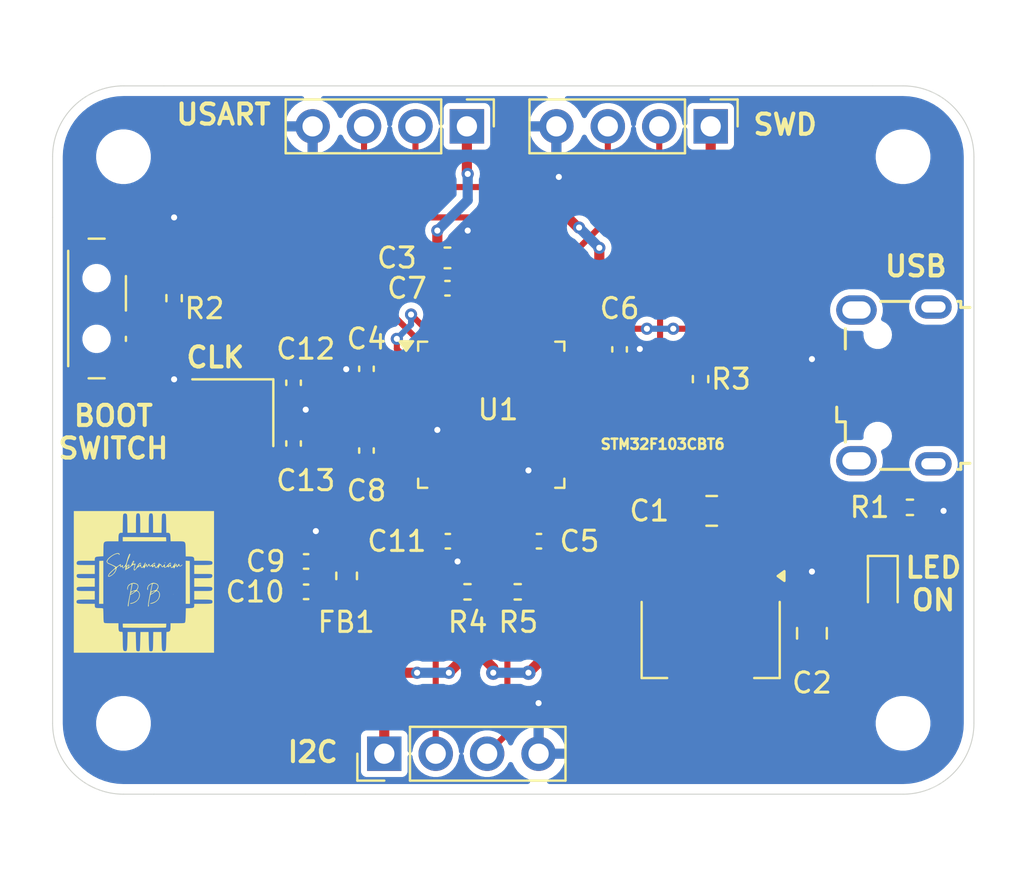
<source format=kicad_pcb>
(kicad_pcb (version 20240108) (generator "pcbnew") (generator_version "8.0")
  (layers (0 "F.Cu" signal) (31 "B.Cu" power) (34 "B.Paste" user) (35 "F.Paste" user) (36 "B.SilkS" user "B.Silkscreen") (37 "F.SilkS" user "F.Silkscreen") (38 "B.Mask" user) (39 "F.Mask" user) (44 "Edge.Cuts" user))
  (net 0 "")
  (net 1 "+3.3V")
  (net 2 "GND")
  (net 3 "+3.3VA")
  (net 4 "/NRST")
  (net 5 "/HSE_IN")
  (net 6 "/HSE_OUT")
  (net 7 "VBUS")
  (net 8 "/PWR_LED_C")
  (net 9 "/SWCLK")
  (net 10 "/SWDIO")
  (net 11 "/USART1_RX")
  (net 12 "/USART1_TX")
  (net 13 "/I2C2_SDA")
  (net 14 "/I2C2_SDL")
  (net 16 "/USBD-")
  (net 21 "/USBD+")
  (net 22 "/SWBOOT0")
  (net 23 "/BOOT0")
  (footprint "Connector_PinHeader_2.54mm:PinHeader_1x04_P2.54mm_Vertical" (layer "F.Cu") (at 95.46 52.5 -90)
    (property "Reference" "J3")
    (property "Value" "Conn_01x04_Pin")
    (pad "1" thru_hole rect (at 0 0 270) (size 1.7 1.7) (drill 1) (layers "*.Cu" "*.Mask") (net 1 "+3.3V"))
    (pad "2" thru_hole oval (at 0 2.54 270) (size 1.7 1.7) (drill 1) (layers "*.Cu" "*.Mask") (net 12 "/USART1_TX"))
    (pad "3" thru_hole oval (at 0 5.08 270) (size 1.7 1.7) (drill 1) (layers "*.Cu" "*.Mask") (net 11 "/USART1_RX"))
    (pad "4" thru_hole oval (at 0 7.62 270) (size 1.7 1.7) (drill 1) (layers "*.Cu" "*.Mask") (net 2 "GND"))
  )
  (footprint "Package_QFP:LQFP-48_7x7mm_P0.5mm" (layer "F.Cu") (at 96.6625 66.75)
    (property "Reference" "U1" (at 0.3375 -0.25 0) (layer "F.SilkS"))
    (property "Value" "STM32F103CBT6")
    (pad "1" smd roundrect (at -4.1625 -2.75) (size 1.475 0.3) (layers "F.Cu" "F.Paste" "F.Mask") (net 1 "+3.3V"))
    (pad "2" smd roundrect (at -4.1625 -2.25) (size 1.475 0.3) (layers "F.Cu" "F.Paste" "F.Mask"))
    (pad "3" smd roundrect (at -4.1625 -1.75) (size 1.475 0.3) (layers "F.Cu" "F.Paste" "F.Mask"))
    (pad "4" smd roundrect (at -4.1625 -1.25) (size 1.475 0.3) (layers "F.Cu" "F.Paste" "F.Mask"))
    (pad "5" smd roundrect (at -4.1625 -0.75) (size 1.475 0.3) (layers "F.Cu" "F.Paste" "F.Mask") (net 5 "/HSE_IN"))
    (pad "6" smd roundrect (at -4.1625 -0.25) (size 1.475 0.3) (layers "F.Cu" "F.Paste" "F.Mask") (net 6 "/HSE_OUT"))
    (pad "7" smd roundrect (at -4.1625 0.25) (size 1.475 0.3) (layers "F.Cu" "F.Paste" "F.Mask") (net 4 "/NRST"))
    (pad "8" smd roundrect (at -4.1625 0.75) (size 1.475 0.3) (layers "F.Cu" "F.Paste" "F.Mask") (net 2 "GND"))
    (pad "9" smd roundrect (at -4.1625 1.25) (size 1.475 0.3) (layers "F.Cu" "F.Paste" "F.Mask") (net 3 "+3.3VA"))
    (pad "10" smd roundrect (at -4.1625 1.75) (size 1.475 0.3) (layers "F.Cu" "F.Paste" "F.Mask"))
    (pad "11" smd roundrect (at -4.1625 2.25) (size 1.475 0.3) (layers "F.Cu" "F.Paste" "F.Mask"))
    (pad "12" smd roundrect (at -4.1625 2.75) (size 1.475 0.3) (layers "F.Cu" "F.Paste" "F.Mask"))
    (pad "13" smd roundrect (at -2.75 4.1625) (size 0.3 1.475) (layers "F.Cu" "F.Paste" "F.Mask"))
    (pad "14" smd roundrect (at -2.25 4.1625) (size 0.3 1.475) (layers "F.Cu" "F.Paste" "F.Mask"))
    (pad "15" smd roundrect (at -1.75 4.1625) (size 0.3 1.475) (layers "F.Cu" "F.Paste" "F.Mask"))
    (pad "16" smd roundrect (at -1.25 4.1625) (size 0.3 1.475) (layers "F.Cu" "F.Paste" "F.Mask"))
    (pad "17" smd roundrect (at -0.75 4.1625) (size 0.3 1.475) (layers "F.Cu" "F.Paste" "F.Mask"))
    (pad "18" smd roundrect (at -0.25 4.1625) (size 0.3 1.475) (layers "F.Cu" "F.Paste" "F.Mask"))
    (pad "19" smd roundrect (at 0.25 4.1625) (size 0.3 1.475) (layers "F.Cu" "F.Paste" "F.Mask"))
    (pad "20" smd roundrect (at 0.75 4.1625) (size 0.3 1.475) (layers "F.Cu" "F.Paste" "F.Mask"))
    (pad "21" smd roundrect (at 1.25 4.1625) (size 0.3 1.475) (layers "F.Cu" "F.Paste" "F.Mask") (net 14 "/I2C2_SDL"))
    (pad "22" smd roundrect (at 1.75 4.1625) (size 0.3 1.475) (layers "F.Cu" "F.Paste" "F.Mask") (net 13 "/I2C2_SDA"))
    (pad "23" smd roundrect (at 2.25 4.1625) (size 0.3 1.475) (layers "F.Cu" "F.Paste" "F.Mask") (net 2 "GND"))
    (pad "24" smd roundrect (at 2.75 4.1625) (size 0.3 1.475) (layers "F.Cu" "F.Paste" "F.Mask") (net 1 "+3.3V"))
    (pad "25" smd roundrect (at 4.1625 2.75) (size 1.475 0.3) (layers "F.Cu" "F.Paste" "F.Mask"))
    (pad "26" smd roundrect (at 4.1625 2.25) (size 1.475 0.3) (layers "F.Cu" "F.Paste" "F.Mask"))
    (pad "27" smd roundrect (at 4.1625 1.75) (size 1.475 0.3) (layers "F.Cu" "F.Paste" "F.Mask"))
    (pad "28" smd roundrect (at 4.1625 1.25) (size 1.475 0.3) (layers "F.Cu" "F.Paste" "F.Mask"))
    (pad "29" smd roundrect (at 4.1625 0.75) (size 1.475 0.3) (layers "F.Cu" "F.Paste" "F.Mask"))
    (pad "30" smd roundrect (at 4.1625 0.25) (size 1.475 0.3) (layers "F.Cu" "F.Paste" "F.Mask"))
    (pad "31" smd roundrect (at 4.1625 -0.25) (size 1.475 0.3) (layers "F.Cu" "F.Paste" "F.Mask"))
    (pad "32" smd roundrect (at 4.1625 -0.75) (size 1.475 0.3) (layers "F.Cu" "F.Paste" "F.Mask") (net 16 "/USBD-"))
    (pad "33" smd roundrect (at 4.1625 -1.25) (size 1.475 0.3) (layers "F.Cu" "F.Paste" "F.Mask") (net 21 "/USBD+"))
    (pad "34" smd roundrect (at 4.1625 -1.75) (size 1.475 0.3) (layers "F.Cu" "F.Paste" "F.Mask") (net 10 "/SWDIO"))
    (pad "35" smd roundrect (at 4.1625 -2.25) (size 1.475 0.3) (layers "F.Cu" "F.Paste" "F.Mask") (net 2 "GND"))
    (pad "36" smd roundrect (at 4.1625 -2.75) (size 1.475 0.3) (layers "F.Cu" "F.Paste" "F.Mask") (net 1 "+3.3V"))
    (pad "37" smd roundrect (at 2.75 -4.1625) (size 0.3 1.475) (layers "F.Cu" "F.Paste" "F.Mask") (net 9 "/SWCLK"))
    (pad "38" smd roundrect (at 2.25 -4.1625) (size 0.3 1.475) (layers "F.Cu" "F.Paste" "F.Mask"))
    (pad "39" smd roundrect (at 1.75 -4.1625) (size 0.3 1.475) (layers "F.Cu" "F.Paste" "F.Mask"))
    (pad "40" smd roundrect (at 1.25 -4.1625) (size 0.3 1.475) (layers "F.Cu" "F.Paste" "F.Mask"))
    (pad "41" smd roundrect (at 0.75 -4.1625) (size 0.3 1.475) (layers "F.Cu" "F.Paste" "F.Mask"))
    (pad "42" smd roundrect (at 0.25 -4.1625) (size 0.3 1.475) (layers "F.Cu" "F.Paste" "F.Mask") (net 12 "/USART1_TX"))
    (pad "43" smd roundrect (at -0.25 -4.1625) (size 0.3 1.475) (layers "F.Cu" "F.Paste" "F.Mask") (net 11 "/USART1_RX"))
    (pad "44" smd roundrect (at -0.75 -4.1625) (size 0.3 1.475) (layers "F.Cu" "F.Paste" "F.Mask") (net 23 "/BOOT0"))
    (pad "45" smd roundrect (at -1.25 -4.1625) (size 0.3 1.475) (layers "F.Cu" "F.Paste" "F.Mask"))
    (pad "46" smd roundrect (at -1.75 -4.1625) (size 0.3 1.475) (layers "F.Cu" "F.Paste" "F.Mask"))
    (pad "47" smd roundrect (at -2.25 -4.1625) (size 0.3 1.475) (layers "F.Cu" "F.Paste" "F.Mask") (net 2 "GND"))
    (pad "48" smd roundrect (at -2.75 -4.1625) (size 0.3 1.475) (layers "F.Cu" "F.Paste" "F.Mask") (net 1 "+3.3V"))
  )
  (footprint "Capacitor_SMD:C_0402_1005Metric" (layer "F.Cu") (at 90.5 68.52 90)
    (property "Reference" "C8" (at -1.98 0 180) (layer "F.SilkS"))
    (property "Value" "10n")
    (pad "1" smd roundrect (at -0.48 0 90) (size 0.56 0.62) (layers "F.Cu" "F.Paste" "F.Mask") (net 3 "+3.3VA"))
    (pad "2" smd roundrect (at 0.48 0 90) (size 0.56 0.62) (layers "F.Cu" "F.Paste" "F.Mask") (net 2 "GND"))
  )
  (footprint "Capacitor_SMD:C_0402_1005Metric" (layer "F.Cu") (at 90.5 64.48 -90)
    (property "Reference" "C4" (at -1.48 0 180) (layer "F.SilkS"))
    (property "Value" "100n")
    (pad "1" smd roundrect (at -0.48 0 270) (size 0.56 0.62) (layers "F.Cu" "F.Paste" "F.Mask") (net 1 "+3.3V"))
    (pad "2" smd roundrect (at 0.48 0 270) (size 0.56 0.62) (layers "F.Cu" "F.Paste" "F.Mask") (net 2 "GND"))
  )
  (footprint "Button_Switch_SMD:SW_SPDT_PCM12" (layer "F.Cu") (at 77.5 61.5 -90)
    (property "Reference" "SW1" (hide yes))
    (property "Value" "SW_SPDT")
    (pad "" smd rect (at -3.65 -0.78 270) (size 1 0.8) (layers "F.Cu" "F.Paste" "F.Mask"))
    (pad "" smd rect (at -3.65 1.43 270) (size 1 0.8) (layers "F.Cu" "F.Paste" "F.Mask"))
    (pad "" np_thru_hole circle (at -1.5 0.33 270) (size 0.9 0.9) (drill 0.9) (layers "*.Cu" "*.Mask"))
    (pad "" np_thru_hole circle (at 1.5 0.33 270) (size 0.9 0.9) (drill 0.9) (layers "*.Cu" "*.Mask"))
    (pad "" smd rect (at 3.65 -0.78 270) (size 1 0.8) (layers "F.Cu" "F.Paste" "F.Mask"))
    (pad "" smd rect (at 3.65 1.43 270) (size 1 0.8) (layers "F.Cu" "F.Paste" "F.Mask"))
    (pad "1" smd rect (at -2.25 -1.43 270) (size 0.7 1.5) (layers "F.Cu" "F.Paste" "F.Mask") (net 2 "GND"))
    (pad "2" smd rect (at 0.75 -1.43 270) (size 0.7 1.5) (layers "F.Cu" "F.Paste" "F.Mask") (net 22 "/SWBOOT0"))
    (pad "3" smd rect (at 2.25 -1.43 270) (size 0.7 1.5) (layers "F.Cu" "F.Paste" "F.Mask") (net 1 "+3.3V"))
  )
  (footprint "LOGO" (layer "F.Cu") (at 79.5 73)
    (property "Reference" "G***" (hide yes))
    (property "Value" "LOGO" (hide yes))
  )
  (footprint "Package_TO_SOT_SMD:SOT-223-3_TabPin2" (layer "F.Cu") (at 107.5 77.85 -90)
    (property "Reference" "U2" (hide yes))
    (property "Value" "AMS1117-3.3")
    (pad "1" smd roundrect (at -3.15 -2.3 270) (size 2 1.5) (layers "F.Cu" "F.Paste" "F.Mask") (net 2 "GND"))
    (pad "2" smd roundrect (at -3.15 0 270) (size 2 1.5) (layers "F.Cu" "F.Paste" "F.Mask") (net 1 "+3.3V"))
    (pad "2" smd roundrect (at 3.15 0 270) (size 2 3.8) (layers "F.Cu" "F.Paste" "F.Mask") (net 1 "+3.3V"))
    (pad "3" smd roundrect (at -3.15 2.3 270) (size 2 1.5) (layers "F.Cu" "F.Paste" "F.Mask") (net 7 "VBUS"))
  )
  (footprint "Capacitor_SMD:C_0402_1005Metric" (layer "F.Cu") (at 99.02 73 180)
    (property "Reference" "C5" (at -2 0 0) (layer "F.SilkS"))
    (property "Value" "100n")
    (pad "1" smd roundrect (at -0.48 0 180) (size 0.56 0.62) (layers "F.Cu" "F.Paste" "F.Mask") (net 1 "+3.3V"))
    (pad "2" smd roundrect (at 0.48 0 180) (size 0.56 0.62) (layers "F.Cu" "F.Paste" "F.Mask") (net 2 "GND"))
  )
  (footprint "Connector_USB:USB_Micro-B_Wuerth_629105150521" (layer "F.Cu") (at 116.55 65.3 90)
    (property "Reference" "J5")
    (property "Value" "USB_B_Micro")
    (pad "" np_thru_hole oval (at -2.5 -0.8 90) (size 0.8 0.8) (drill 0.8) (layers "*.Cu" "*.Mask"))
    (pad "" np_thru_hole oval (at 2.5 -0.8 90) (size 0.8 0.8) (drill 0.8) (layers "*.Cu" "*.Mask"))
    (pad "1" smd rect (at -1.3 -1.9 90) (size 0.45 1.3) (layers "F.Cu" "F.Paste" "F.Mask") (net 7 "VBUS"))
    (pad "2" smd rect (at -0.65 -1.9 90) (size 0.45 1.3) (layers "F.Cu" "F.Paste" "F.Mask") (net 16 "/USBD-"))
    (pad "3" smd rect (at 0 -1.9 90) (size 0.45 1.3) (layers "F.Cu" "F.Paste" "F.Mask") (net 21 "/USBD+"))
    (pad "4" smd rect (at 0.65 -1.9 90) (size 0.45 1.3) (layers "F.Cu" "F.Paste" "F.Mask"))
    (pad "5" smd rect (at 1.3 -1.9 90) (size 0.45 1.3) (layers "F.Cu" "F.Paste" "F.Mask") (net 2 "GND"))
    (pad "6" thru_hole oval (at -3.875 1.95 90) (size 1.15 1.8) (drill oval 0.55 1.2) (property pad_prop_heatsink) (layers "*.Cu" "*.Mask"))
    (pad "6" thru_hole oval (at -3.725 -1.85 90) (size 1.45 2) (drill oval 0.85 1.4) (property pad_prop_heatsink) (layers "*.Cu" "*.Mask"))
    (pad "6" thru_hole oval (at 3.725 -1.85 90) (size 1.45 2) (drill oval 0.85 1.4) (property pad_prop_heatsink) (layers "*.Cu" "*.Mask"))
    (pad "6" thru_hole oval (at 3.875 1.95 90) (size 1.15 1.8) (drill oval 0.55 1.2) (property pad_prop_heatsink) (layers "*.Cu" "*.Mask"))
  )
  (footprint "Capacitor_SMD:C_0402_1005Metric" (layer "F.Cu") (at 94.5 60.5)
    (property "Reference" "C7" (at -2 0 0) (layer "F.SilkS"))
    (property "Value" "100n")
    (pad "1" smd roundrect (at -0.48 0) (size 0.56 0.62) (layers "F.Cu" "F.Paste" "F.Mask") (net 1 "+3.3V"))
    (pad "2" smd roundrect (at 0.48 0) (size 0.56 0.62) (layers "F.Cu" "F.Paste" "F.Mask") (net 2 "GND"))
  )
  (footprint "Capacitor_SMD:C_0603_1608Metric" (layer "F.Cu") (at 94.5 59)
    (property "Reference" "C3" (at -2.5 0 0) (layer "F.SilkS"))
    (property "Value" "10u")
    (pad "1" smd roundrect (at -0.775 0) (size 0.9 0.95) (layers "F.Cu" "F.Paste" "F.Mask") (net 1 "+3.3V"))
    (pad "2" smd roundrect (at 0.775 0) (size 0.9 0.95) (layers "F.Cu" "F.Paste" "F.Mask") (net 2 "GND"))
  )
  (footprint "Resistor_SMD:R_0402_1005Metric" (layer "F.Cu") (at 117.34 71.325)
    (property "Reference" "R1" (at -1.99 0 180) (layer "F.SilkS"))
    (property "Value" "1.5k")
    (pad "1" smd roundrect (at -0.51 0) (size 0.54 0.64) (layers "F.Cu" "F.Paste" "F.Mask") (net 8 "/PWR_LED_C"))
    (pad "2" smd roundrect (at 0.51 0) (size 0.54 0.64) (layers "F.Cu" "F.Paste" "F.Mask") (net 2 "GND"))
  )
  (footprint "MountingHole:MountingHole_2.2mm_M2" (layer "F.Cu") (at 78.5 82)
    (property "Reference" "H2")
    (property "Value" "MountingHole")
    (pad "" np_thru_hole circle (at 0 0) (size 2.2 2.2) (drill 2.2) (layers "*.Cu" "*.Mask"))
  )
  (footprint "Capacitor_SMD:C_0805_2012Metric" (layer "F.Cu") (at 112.5 77.55 90)
    (property "Reference" "C2" (at -2.45 0 180) (layer "F.SilkS"))
    (property "Value" "22u")
    (pad "1" smd roundrect (at -0.95 0 90) (size 1 1.45) (layers "F.Cu" "F.Paste" "F.Mask") (net 1 "+3.3V"))
    (pad "2" smd roundrect (at 0.95 0 90) (size 1 1.45) (layers "F.Cu" "F.Paste" "F.Mask") (net 2 "GND"))
  )
  (footprint "Capacitor_SMD:C_0402_1005Metric" (layer "F.Cu") (at 94.52 73)
    (property "Reference" "C11" (at -2.52 0 0) (layer "F.SilkS"))
    (property "Value" "100n")
    (pad "1" smd roundrect (at -0.48 0) (size 0.56 0.62) (layers "F.Cu" "F.Paste" "F.Mask") (net 4 "/NRST"))
    (pad "2" smd roundrect (at 0.48 0) (size 0.56 0.62) (layers "F.Cu" "F.Paste" "F.Mask") (net 2 "GND"))
  )
  (footprint "Crystal:Crystal_SMD_3225-4Pin_3.2x2.5mm" (layer "F.Cu") (at 83.9 66.65 180)
    (property "Reference" "Y1" (hide yes))
    (property "Value" "16MHz")
    (pad "1" smd rect (at -1.1 0.85 180) (size 1.4 1.2) (layers "F.Cu" "F.Paste" "F.Mask") (net 5 "/HSE_IN"))
    (pad "2" smd rect (at 1.1 0.85 180) (size 1.4 1.2) (layers "F.Cu" "F.Paste" "F.Mask") (net 2 "GND"))
    (pad "3" smd rect (at 1.1 -0.85 180) (size 1.4 1.2) (layers "F.Cu" "F.Paste" "F.Mask") (net 6 "/HSE_OUT"))
    (pad "4" smd rect (at -1.1 -0.85 180) (size 1.4 1.2) (layers "F.Cu" "F.Paste" "F.Mask") (net 2 "GND"))
  )
  (footprint "Resistor_SMD:R_0402_1005Metric" (layer "F.Cu") (at 107 64.99 -90)
    (property "Reference" "R3" (at 0 -1.5 180) (layer "F.SilkS"))
    (property "Value" "1.5k")
    (pad "1" smd roundrect (at -0.51 0 270) (size 0.54 0.64) (layers "F.Cu" "F.Paste" "F.Mask") (net 1 "+3.3V"))
    (pad "2" smd roundrect (at 0.51 0 270) (size 0.54 0.64) (layers "F.Cu" "F.Paste" "F.Mask") (net 21 "/USBD+"))
  )
  (footprint "Connector_PinHeader_2.54mm:PinHeader_1x04_P2.54mm_Vertical" (layer "F.Cu") (at 107.5 52.5 -90)
    (property "Reference" "J1")
    (property "Value" "Conn_01x04_Pin")
    (pad "1" thru_hole rect (at 0 0 270) (size 1.7 1.7) (drill 1) (layers "*.Cu" "*.Mask") (net 1 "+3.3V"))
    (pad "2" thru_hole oval (at 0 2.54 270) (size 1.7 1.7) (drill 1) (layers "*.Cu" "*.Mask") (net 10 "/SWDIO"))
    (pad "3" thru_hole oval (at 0 5.08 270) (size 1.7 1.7) (drill 1) (layers "*.Cu" "*.Mask") (net 9 "/SWCLK"))
    (pad "4" thru_hole oval (at 0 7.62 270) (size 1.7 1.7) (drill 1) (layers "*.Cu" "*.Mask") (net 2 "GND"))
  )
  (footprint "MountingHole:MountingHole_2.2mm_M2" (layer "F.Cu") (at 78.5 54)
    (property "Reference" "H1")
    (property "Value" "MountingHole")
    (pad "" np_thru_hole circle (at 0 0) (size 2.2 2.2) (drill 2.2) (layers "*.Cu" "*.Mask"))
  )
  (footprint "Resistor_SMD:R_0402_1005Metric" (layer "F.Cu") (at 81 60.99 -90)
    (property "Reference" "R2" (at 0.51 -1.5 180) (layer "F.SilkS"))
    (property "Value" "10k")
    (pad "1" smd roundrect (at -0.51 0 270) (size 0.54 0.64) (layers "F.Cu" "F.Paste" "F.Mask") (net 23 "/BOOT0"))
    (pad "2" smd roundrect (at 0.51 0 270) (size 0.54 0.64) (layers "F.Cu" "F.Paste" "F.Mask") (net 22 "/SWBOOT0"))
  )
  (footprint "Capacitor_SMD:C_0402_1005Metric" (layer "F.Cu") (at 86.9 68.17 90)
    (property "Reference" "C13" (at -1.83 0.6 180) (layer "F.SilkS"))
    (property "Value" "10p")
    (pad "1" smd roundrect (at -0.48 0 90) (size 0.56 0.62) (layers "F.Cu" "F.Paste" "F.Mask") (net 6 "/HSE_OUT"))
    (pad "2" smd roundrect (at 0.48 0 90) (size 0.56 0.62) (layers "F.Cu" "F.Paste" "F.Mask") (net 2 "GND"))
  )
  (footprint "Capacitor_SMD:C_0805_2012Metric" (layer "F.Cu") (at 107.55 71.5)
    (property "Reference" "C1" (at -3.08 0 0) (layer "F.SilkS"))
    (property "Value" "22u")
    (pad "1" smd roundrect (at -0.95 0) (size 1 1.45) (layers "F.Cu" "F.Paste" "F.Mask") (net 7 "VBUS"))
    (pad "2" smd roundrect (at 0.95 0) (size 1 1.45) (layers "F.Cu" "F.Paste" "F.Mask") (net 2 "GND"))
  )
  (footprint "Capacitor_SMD:C_0402_1005Metric" (layer "F.Cu") (at 87.52 74)
    (property "Reference" "C9" (at -2 0 0) (layer "F.SilkS"))
    (property "Value" "1u")
    (pad "1" smd roundrect (at -0.48 0) (size 0.56 0.62) (layers "F.Cu" "F.Paste" "F.Mask") (net 3 "+3.3VA"))
    (pad "2" smd roundrect (at 0.48 0) (size 0.56 0.62) (layers "F.Cu" "F.Paste" "F.Mask") (net 2 "GND"))
  )
  (footprint "Connector_PinHeader_2.54mm:PinHeader_1x04_P2.54mm_Vertical" (layer "F.Cu") (at 91.38 83.5 90)
    (property "Reference" "J4")
    (property "Value" "Conn_01x04_Pin")
    (pad "1" thru_hole rect (at 0 0 90) (size 1.7 1.7) (drill 1) (layers "*.Cu" "*.Mask") (net 1 "+3.3V"))
    (pad "2" thru_hole oval (at 0 2.54 90) (size 1.7 1.7) (drill 1) (layers "*.Cu" "*.Mask") (net 14 "/I2C2_SDL"))
    (pad "3" thru_hole oval (at 0 5.08 90) (size 1.7 1.7) (drill 1) (layers "*.Cu" "*.Mask") (net 13 "/I2C2_SDA"))
    (pad "4" thru_hole oval (at 0 7.62 90) (size 1.7 1.7) (drill 1) (layers "*.Cu" "*.Mask") (net 2 "GND"))
  )
  (footprint "Resistor_SMD:R_0402_1005Metric" (layer "F.Cu") (at 95.49 75.5 180)
    (property "Reference" "R4" (at -0.01 -1.5 0) (layer "F.SilkS"))
    (property "Value" "1.5k")
    (pad "1" smd roundrect (at -0.51 0 180) (size 0.54 0.64) (layers "F.Cu" "F.Paste" "F.Mask") (net 1 "+3.3V"))
    (pad "2" smd roundrect (at 0.51 0 180) (size 0.54 0.64) (layers "F.Cu" "F.Paste" "F.Mask") (net 14 "/I2C2_SDL"))
  )
  (footprint "MountingHole:MountingHole_2.2mm_M2" (layer "F.Cu") (at 117 54)
    (property "Reference" "H4")
    (property "Value" "MountingHole")
    (pad "" np_thru_hole circle (at 0 0) (size 2.2 2.2) (drill 2.2) (layers "*.Cu" "*.Mask"))
  )
  (footprint "Capacitor_SMD:C_0402_1005Metric" (layer "F.Cu") (at 86.9 65.17 -90)
    (property "Reference" "C12" (at -1.67 -0.6 180) (layer "F.SilkS"))
    (property "Value" "10p")
    (pad "1" smd roundrect (at -0.48 0 270) (size 0.56 0.62) (layers "F.Cu" "F.Paste" "F.Mask") (net 5 "/HSE_IN"))
    (pad "2" smd roundrect (at 0.48 0 270) (size 0.56 0.62) (layers "F.Cu" "F.Paste" "F.Mask") (net 2 "GND"))
  )
  (footprint "Capacitor_SMD:C_0402_1005Metric" (layer "F.Cu") (at 87.52 75.5)
    (property "Reference" "C10" (at -2.52 0 0) (layer "F.SilkS"))
    (property "Value" "1u")
    (pad "1" smd roundrect (at -0.48 0) (size 0.56 0.62) (layers "F.Cu" "F.Paste" "F.Mask") (net 1 "+3.3V"))
    (pad "2" smd roundrect (at 0.48 0) (size 0.56 0.62) (layers "F.Cu" "F.Paste" "F.Mask") (net 2 "GND"))
  )
  (footprint "MountingHole:MountingHole_2.2mm_M2" (layer "F.Cu") (at 117 82)
    (property "Reference" "H3")
    (property "Value" "MountingHole")
    (pad "" np_thru_hole circle (at 0 0) (size 2.2 2.2) (drill 2.2) (layers "*.Cu" "*.Mask"))
  )
  (footprint "LED_SMD:LED_0603_1608Metric" (layer "F.Cu") (at 116 75.2125 -90)
    (property "Reference" "D1" (hide yes))
    (property "Value" "RED")
    (pad "1" smd roundrect (at -0.7875 0 270) (size 0.875 0.95) (layers "F.Cu" "F.Paste" "F.Mask") (net 8 "/PWR_LED_C"))
    (pad "2" smd roundrect (at 0.7875 0 270) (size 0.875 0.95) (layers "F.Cu" "F.Paste" "F.Mask") (net 1 "+3.3V"))
  )
  (footprint "LOGO" (layer "F.Cu") (at 79.5 75)
    (property "Reference" "G***" (hide yes))
    (property "Value" "LOGO" (hide yes))
  )
  (footprint "Resistor_SMD:R_0402_1005Metric" (layer "F.Cu") (at 97.97 75.5 180)
    (property "Reference" "R5" (at -0.03 -1.5 0) (layer "F.SilkS"))
    (property "Value" "1.5k")
    (pad "1" smd roundrect (at -0.51 0 180) (size 0.54 0.64) (layers "F.Cu" "F.Paste" "F.Mask") (net 1 "+3.3V"))
    (pad "2" smd roundrect (at 0.51 0 180) (size 0.54 0.64) (layers "F.Cu" "F.Paste" "F.Mask") (net 13 "/I2C2_SDA"))
  )
  (footprint "Inductor_SMD:L_0603_1608Metric" (layer "F.Cu") (at 89.52 74.7125 -90)
    (property "Reference" "FB1" (at 2.2875 0.02 180) (layer "F.SilkS"))
    (property "Value" "120R")
    (pad "1" smd roundrect (at -0.7875 0 270) (size 0.875 0.95) (layers "F.Cu" "F.Paste" "F.Mask") (net 3 "+3.3VA"))
    (pad "2" smd roundrect (at 0.7875 0 270) (size 0.875 0.95) (layers "F.Cu" "F.Paste" "F.Mask") (net 1 "+3.3V"))
  )
  (footprint "Capacitor_SMD:C_0402_1005Metric" (layer "F.Cu") (at 103 63.52 -90)
    (property "Reference" "C6" (at -2.02 0 0) (layer "F.SilkS"))
    (property "Value" "100n")
    (pad "1" smd roundrect (at -0.48 0 270) (size 0.56 0.62) (layers "F.Cu" "F.Paste" "F.Mask") (net 1 "+3.3V"))
    (pad "2" smd roundrect (at 0.48 0 270) (size 0.56 0.62) (layers "F.Cu" "F.Paste" "F.Mask") (net 2 "GND"))
  )
  (gr_line (start 80 85.5) (end 78.5 85.5) (stroke (width 0.05)) (layer "Edge.Cuts"))
  (gr_arc (start 78.5 85.5) (mid 76.025126 84.474874) (end 75 82) (stroke (width 0.05)) (layer "Edge.Cuts"))
  (gr_line (start 75 57) (end 75 82) (stroke (width 0.05)) (layer "Edge.Cuts"))
  (gr_arc (start 75 54) (mid 76.025126 51.525126) (end 78.5 50.5) (stroke (width 0.05)) (layer "Edge.Cuts"))
  (gr_arc (start 120.5 82) (mid 119.474874 84.474874) (end 117 85.5) (stroke (width 0.05)) (layer "Edge.Cuts"))
  (gr_line (start 87.5 85.5) (end 117 85.5) (stroke (width 0.05)) (layer "Edge.Cuts"))
  (gr_line (start 78.5 50.5) (end 80.5 50.5) (stroke (width 0.05)) (layer "Edge.Cuts"))
  (gr_line (start 115.5 50.5) (end 80.5 50.5) (stroke (width 0.05)) (layer "Edge.Cuts"))
  (gr_line (start 120.5 82) (end 120.5 54) (stroke (width 0.05)) (layer "Edge.Cuts"))
  (gr_line (start 87.5 85.5) (end 80 85.5) (stroke (width 0.05)) (layer "Edge.Cuts"))
  (gr_arc (start 117 50.5) (mid 119.474874 51.525126) (end 120.5 54) (stroke (width 0.05)) (layer "Edge.Cuts"))
  (gr_line (start 115.5 50.5) (end 117 50.5) (stroke (width 0.05)) (layer "Edge.Cuts"))
  (gr_line (start 75 54) (end 75 57) (stroke (width 0.05)) (layer "Edge.Cuts"))
  (gr_text "CLK" (at 81.5 64.5 0) (layer "F.SilkS") (effects (font (size 1 1) (thickness 0.2) (bold yes)) (justify left bottom)))
  (gr_text "LED\nON" (at 118.5 76.5 0) (layer "F.SilkS") (effects (font (size 1 1) (thickness 0.2) (bold yes)) (justify bottom)))
  (gr_text "USB" (at 116 60 0) (layer "F.SilkS") (effects (font (size 1 1) (thickness 0.2) (bold yes)) (justify left bottom)))
  (gr_text "USART\n" (at 81 52.5 0) (layer "F.SilkS") (effects (font (size 1 1) (thickness 0.2) (bold yes)) (justify left bottom)))
  (gr_text "BOOT\nSWITCH\n" (at 78 69 0) (layer "F.SilkS") (effects (font (size 1 1) (thickness 0.2) (bold yes)) (justify bottom)))
  (gr_text "SWD" (at 109.5 53 0) (layer "F.SilkS") (effects (font (size 1 1) (thickness 0.2) (bold yes)) (justify left bottom)))
  (gr_text "I2C" (at 86.5 84 0) (layer "F.SilkS") (effects (font (size 1 1) (thickness 0.2) (bold yes)) (justify left bottom)))
  (gr_text "STM32F103CBT6" (at 102 68.5 0) (layer "F.SilkS") (effects (font (size 0.5 0.5) (thickness 0.125) (bold yes)) (justify left bottom)))
  (segment (start 97.439339 54) (end 100.939339 57.5) (width 0.5) (layer "F.Cu") (net 1))
  (segment (start 93.9125 62.5875) (end 93.49112 62.5875) (width 0.3) (layer "F.Cu") (net 1))
  (segment (start 96 78.07) (end 96 75.5) (width 0.5) (layer "F.Cu") (net 1))
  (segment (start 107 62.5) (end 107 64.48) (width 0.5) (layer "F.Cu") (net 1))
  (segment (start 94 58.725) (end 93.725 59) (width 0.5) (layer "F.Cu") (net 1))
  (segment (start 100.939339 57.5) (end 101 57.5) (width 0.5) (layer "F.Cu") (net 1))
  (segment (start 99.98 77) (end 99.98 78.02) (width 0.5) (layer "F.Cu") (net 1))
  (segment (start 93.9125 62.5875) (end 93.9125 60.6075) (width 0.3) (layer "F.Cu") (net 1))
  (segment (start 99.4125 64.57188) (end 99.4125 65) (width 0.3) (layer "F.Cu") (net 1))
  (segment (start 94 57.65) (end 94 58.725) (width 0.5) (layer "F.Cu") (net 1))
  (segment (start 99.98 77) (end 98.48 75.5) (width 0.5) (layer "F.Cu") (net 1))
  (segment (start 109 79.5) (end 107.5 81) (width 0.5) (layer "F.Cu") (net 1))
  (segment (start 95.785 78.285) (end 96 78.07) (width 0.5) (layer "F.Cu") (net 1))
  (segment (start 94.02 60.5) (end 94.02 59.295) (width 0.3) (layer "F.Cu") (net 1))
  (segment (start 78.93 63.75) (end 90.25 63.75) (width 0.5) (layer "F.Cu") (net 1))
  (segment (start 87.730001 76.5) (end 88.52 76.5) (width 0.5) (layer "F.Cu") (net 1))
  (segment (start 95.46 52.5) (end 95.46 54) (width 0.5) (layer "F.Cu") (net 1))
  (segment (start 109 78.5) (end 107.5 77) (width 0.5) (layer "F.Cu") (net 1))
  (segment (start 99.4125 66) (end 99.4125 70.9125) (width 0.3) (layer "F.Cu") (net 1))
  (segment (start 98.48 74.52) (end 99.5 73.5) (width 0.5) (layer "F.Cu") (net 1))
  (segment (start 95.46 54) (end 97.439339 54) (width 0.5) (layer "F.Cu") (net 1))
  (segment (start 95.46 54) (end 95.46 54.81) (width 0.5) (layer "F.Cu") (net 1))
  (segment (start 94.02 59.295) (end 93.725 59) (width 0.3) (layer "F.Cu") (net 1))
  (segment (start 107.5 77) (end 107.5 74.7) (width 0.5) (layer "F.Cu") (net 1))
  (segment (start 99.4125 65) (end 99.4125 66) (width 0.3) (layer "F.Cu") (net 1))
  (segment (start 109 78.5) (end 109 79.5) (width 0.5) (layer "F.Cu") (net 1))
  (segment (start 100.825 64) (end 99.98438 64) (width 0.3) (layer "F.Cu") (net 1))
  (segment (start 105.65 62.5) (end 107 62.5) (width 0.3) (layer "F.Cu") (net 1))
  (segment (start 92 63.5) (end 92.5 64) (width 0.3) (layer "F.Cu") (net 1))
  (segment (start 90.25 63.75) (end 90.5 64) (width 0.5) (layer "F.Cu") (net 1))
  (segment (start 96.76 79.26) (end 95.785 78.285) (width 0.5) (layer "F.Cu") (net 1))
  (segment (start 88.52 76.5) (end 89.52 75.5) (width 0.5) (layer "F.Cu") (net 1))
  (segment (start 91.26 79.24) (end 91.52 79.5) (width 0.5) (layer "F.Cu") (net 1))
  (segment (start 101.785 63.04) (end 103 63.04) (width 0.3) (layer "F.Cu") (net 1))
  (segment (start 92.5 64) (end 91.5 64) (width 0.3) (layer "F.Cu") (net 1))
  (segment (start 112.5 78.5) (end 109 78.5) (width 0.5) (layer "F.Cu") (net 1))
  (segment (start 98.48 75.5) (end 98.48 74.52) (width 0.5) (layer "F.Cu") (net 1))
  (segment (start 87.04 75.809999) (end 87.730001 76.5) (width 0.5) (layer "F.Cu") (net 1))
  (segment (start 107 61.56) (end 107 62.5) (width 0.5) (layer "F.Cu") (net 1))
  (segment (start 99.4125 72.9125) (end 99.5 73) (width 0.3) (layer "F.Cu") (net 1))
  (segment (start 107.5 61.06) (end 107.5 52.5) (width 0.5) (layer "F.Cu") (net 1))
  (segment (start 99.98 78.02) (end 98.5 79.5) (width 0.5) (layer "F.Cu") (net 1))
  (segment (start 107.5 77) (end 99.98 77) (width 0.5) (layer "F.Cu") (net 1))
  (segment (start 107.5 61.06) (end 107 61.56) (width 0.5) (layer "F.Cu") (net 1))
  (segment (start 94.57 79.5) (end 95.785 78.285) (width 0.5) (layer "F.Cu") (net 1))
  (segment (start 92 63) (end 92 63.5) (width 0.3) (layer "F.Cu") (net 1))
  (segment (start 91.26 79.24) (end 91.38 79.36) (width 0.5) (layer "F.Cu") (net 1))
  (segment (start 102 62.04) (end 103 63.04) (width 0.5) (layer "F.Cu") (net 1))
  (segment (start 87.04 75.5) (end 87.04 75.809999) (width 0.5) (layer "F.Cu") (net 1))
  (segment (start 99.5 73.5) (end 99.5 73) (width 0.5) (layer "F.Cu") (net 1))
  (segment (start 99.4125 70.9125) (end 99.4125 72.9125) (width 0.3) (layer "F.Cu") (net 1))
  (segment (start 102 58.5) (end 102 62.04) (width 0.5) (layer "F.Cu") (net 1))
  (segment (start 114 78.5) (end 116 76.5) (width 0.5) (layer "F.Cu") (net 1))
  (segment (start 91.5 64) (end 90.5 64) (width 0.3) (layer "F.Cu") (net 1))
  (segment (start 91.52 79.5) (end 93 79.5) (width 0.5) (layer "F.Cu") (net 1))
  (segment (start 100.825 64) (end 101.785 63.04) (width 0.3) (layer "F.Cu") (net 1))
  (segment (start 116 76.5) (end 116 76) (width 0.5) (layer "F.Cu") (net 1))
  (segment (start 93.9125 60.6075) (end 94.02 60.5) (width 0.3) (layer "F.Cu") (net 1))
  (segment (start 99.98438 64) (end 99.4125 64.57188) (width 0.3) (layer "F.Cu") (net 1))
  (segment (start 104.35 62.5) (end 103.54 62.5) (width 0.3) (layer "F.Cu") (net 1))
  (segment (start 95.46 54.81) (end 95.5 54.85) (width 0.5) (layer "F.Cu") (net 1))
  (segment (start 112.5 78.5) (end 114 78.5) (width 0.5) (layer "F.Cu") (net 1))
  (segment (start 88.52 76.5) (end 91.26 79.24) (width 0.5) (layer "F.Cu") (net 1))
  (segment (start 103.54 62.5) (end 103 63.04) (width 0.3) (layer "F.Cu") (net 1))
  (segment (start 91.38 79.36) (end 91.38 83.5) (width 0.5) (layer "F.Cu") (net 1))
  (segment (start 93.49112 62.5875) (end 92.70181 61.79819) (width 0.3) (layer "F.Cu") (net 1))
  (segment (start 96.76 79.5) (end 96.76 79.26) (width 0.5) (layer "F.Cu") (net 1))
  (via (at 94.57 79.5) (size 0.6) (drill 0.3) (layers "F.Cu" "B.Cu") (net 1))
  (via (at 92 63) (size 0.6) (drill 0.3) (layers "F.Cu" "B.Cu") (net 1))
  (via (at 105.65 62.5) (size 0.6) (drill 0.3) (layers "F.Cu" "B.Cu") (net 1))
  (via (at 101 57.5) (size 0.6) (drill 0.3) (layers "F.Cu" "B.Cu") (net 1))
  (via (at 96.76 79.5) (size 0.7) (drill 0.3) (layers "F.Cu" "B.Cu") (net 1))
  (via (at 98.5 79.5) (size 0.7) (drill 0.3) (layers "F.Cu" "B.Cu") (net 1))
  (via (at 93 79.5) (size 0.6) (drill 0.3) (layers "F.Cu" "B.Cu") (net 1))
  (via (at 95.5 54.85) (size 0.6) (drill 0.3) (layers "F.Cu" "B.Cu") (net 1))
  (via (at 94 57.65) (size 0.6) (drill 0.3) (layers "F.Cu" "B.Cu") (net 1))
  (via (at 92.70181 61.79819) (size 0.6) (drill 0.3) (layers "F.Cu" "B.Cu") (net 1))
  (via (at 102 58.5) (size 0.6) (drill 0.3) (layers "F.Cu" "B.Cu") (net 1))
  (via (at 104.35 62.5) (size 0.6) (drill 0.3) (layers "F.Cu" "B.Cu") (net 1))
  (segment (start 93 79.5) (end 94.57 79.5) (width 0.5) (layer "B.Cu") (net 1))
  (segment (start 95.5 54.85) (end 95.5 56.15) (width 0.5) (layer "B.Cu") (net 1))
  (segment (start 92.70181 62.29819) (end 92 63) (width 0.3) (layer "B.Cu") (net 1))
  (segment (start 98.5 79.5) (end 96.76 79.5) (width 0.5) (layer "B.Cu") (net 1))
  (segment (start 101 57.5) (end 102 58.5) (width 0.5) (layer "B.Cu") (net 1))
  (segment (start 95.5 56.15) (end 94 57.65) (width 0.5) (layer "B.Cu") (net 1))
  (segment (start 95.5 54.85) (end 95.5 55) (width 0.5) (layer "B.Cu") (net 1))
  (segment (start 92.70181 61.79819) (end 92.70181 62.29819) (width 0.3) (layer "B.Cu") (net 1))
  (segment (start 104.35 62.5) (end 105.65 62.5) (width 0.3) (layer "B.Cu") (net 1))
  (segment (start 117.85 71.325) (end 118.825 71.325) (width 0.5) (layer "F.Cu") (net 2))
  (segment (start 98.9125 69.9125) (end 98.5 69.5) (width 0.3) (layer "F.Cu") (net 2))
  (segment (start 82.8 65.8) (end 82.9 65.8) (width 0.3) (layer "F.Cu") (net 2))
  (segment (start 98.9125 70.9125) (end 98.9125 72.580654) (width 0.3) (layer "F.Cu") (net 2))
  (segment (start 78.93 59.25) (end 78.93 59.07) (width 0.5) (layer "F.Cu") (net 2))
  (segment (start 99 83.5) (end 99 81) (width 0.5) (layer "F.Cu") (net 2))
  (segment (start 82.8 65.8) (end 81.8 65.8) (width 0.3) (layer "F.Cu") (net 2))
  (segment (start 86.9 65.65) (end 86.9 66.5) (width 0.3) (layer "F.Cu") (net 2))
  (segment (start 112.5 76.6) (end 112.5 74.5) (width 0.5) (layer "F.Cu") (net 2))
  (segment (start 118.825 71.325) (end 119 71.5) (width 0.5) (layer "F.Cu") (net 2))
  (segment (start 108.5 71.5) (end 108.5 73.4) (width 0.3) (layer "F.Cu") (net 2))
  (segment (start 88 74) (end 88 75.5) (width 0.5) (layer "F.Cu") (net 2))
  (segment (start 109.8 74.7) (end 112.3 74.7) (width 0.5) (layer "F.Cu") (net 2))
  (segment (start 102 64.16562) (end 102 64) (width 0.3) (layer "F.Cu") (net 2))
  (segment (start 84.6 67.5) (end 85 67.5) (width 0.3) (layer "F.Cu") (net 2))
  (segment (start 98.9125 70.9125) (end 98.9125 69.9125) (width 0.3) (layer "F.Cu") (net 2))
  (segment (start 95 73) (end 95 74) (width 0.5) (layer "F.Cu") (net 2))
  (segment (start 99.88 54.88) (end 99.88 52.5) (width 0.5) (layer "F.Cu") (net 2))
  (segment (start 98.54 72.953154) (end 98.54 73) (width 0.3) (layer "F.Cu") (net 2))
  (segment (start 94.4125 61.74688) (end 94.98 61.17938) (width 0.3) (layer "F.Cu") (net 2))
  (segment (start 86.9 66.5) (end 87.5 66.5) (width 0.3) (layer "F.Cu") (net 2))
  (segment (start 100 55) (end 99.88 54.88) (width 0.5) (layer "F.Cu") (net 2))
  (segment (start 92.5 67.5) (end 94 67.5) (width 0.3) (layer "F.Cu") (net 2))
  (segment (start 98.9125 72.580654) (end 98.54 72.953154) (width 0.3) (layer "F.Cu") (net 2))
  (segment (start 103.5 64) (end 104 63.5) (width 0.3) (layer "F.Cu") (net 2))
  (segment (start 94.4125 62.5875) (end 94.4125 61.74688) (width 0.3) (layer "F.Cu") (net 2))
  (segment (start 86.5 57) (end 81 57) (width 0.5) (layer "F.Cu") (net 2))
  (segment (start 89.96 64.96) (end 89.5 64.5) (width 0.5) (layer "F.Cu") (net 2))
  (segment (start 102 64) (end 103 64) (width 0.3) (layer "F.Cu") (net 2))
  (segment (start 92.5 67.5) (end 91.04 67.5) (width 0.3) (layer "F.Cu") (net 2))
  (segment (start 91.04 67.5) (end 90.5 68.04) (width 0.3) (layer "F.Cu") (net 2))
  (segment (start 82.9 65.8) (end 84.6 67.5) (width 0.3) (layer "F.Cu") (net 2))
  (segment (start 81.8 65.8) (end 81 65) (width 0.3) (layer "F.Cu") (net 2))
  (segment (start 90.5 64.96) (end 89.96 64.96) (width 0.5) (layer "F.Cu") (net 2))
  (segment (start 87.84 52.5) (end 87.84 55.66) (width 0.5) (layer "F.Cu") (net 2))
  (segment (start 112.3 74.7) (end 112.5 74.5) (width 0.5) (layer "F.Cu") (net 2))
  (segment (start 86.9 66.5) (end 86.9 67.69) (width 0.3) (layer "F.Cu") (net 2))
  (segment (start 78.93 59.07) (end 81 57) (width 0.5) (layer "F.Cu") (net 2))
  (segment (start 94.98 61.17938) (end 94.98 60.5) (width 0.3) (layer "F.Cu") (net 2))
  (segment (start 95.275 57.875) (end 95.5 57.65) (width 0.3) (layer "F.Cu") (net 2))
  (segment (start 101.66562 64.5) (end 102 64.16562) (width 0.3) (layer "F.Cu") (net 2))
  (segment (start 95.275 59) (end 95.275 57.875) (width 0.3) (layer "F.Cu") (net 2))
  (segment (start 87.84 55.66) (end 86.5 57) (width 0.5) (layer "F.Cu") (net 2))
  (segment (start 114.65 64) (end 112.5 64) (width 0.3) (layer "F.Cu") (net 2))
  (segment (start 103 64) (end 103.5 64) (width 0.3) (layer "F.Cu") (net 2))
  (segment (start 100.825 64.5) (end 101.66562 64.5) (width 0.3) (layer "F.Cu") (net 2))
  (segment (start 88 74) (end 88 72.5) (width 0.5) (layer "F.Cu") (net 2))
  (segment (start 108.5 73.4) (end 109.8 74.7) (width 0.3) (layer "F.Cu") (net 2))
  (segment (start 94.98 59.295) (end 95.275 59) (width 0.3) (layer "F.Cu") (net 2))
  (segment (start 94.98 60.5) (end 94.98 59.295) (width 0.3) (layer "F.Cu") (net 2))
  (via (at 81 65) (size 0.6) (drill 0.3) (layers "F.Cu" "B.Cu") (net 2))
  (via (at 81 57) (size 0.6) (drill 0.3) (layers "F.Cu" "B.Cu") (net 2))
  (via (at 87.5 66.5) (size 0.6) (drill 0.3) (layers "F.Cu" "B.Cu") (net 2))
  (via (at 104 63.5) (size 0.6) (drill 0.3) (layers "F.Cu" "B.Cu") (net 2))
  (via (at 88 72.5) (size 0.6) (drill 0.3) (layers "F.Cu" "B.Cu") (net 2))
  (via (at 112.5 64) (size 0.6) (drill 0.3) (layers "F.Cu" "B.Cu") (net 2))
  (via (at 95.5 57.65) (size 0.6) (drill 0.3) (layers "F.Cu" "B.Cu") (net 2))
  (via (at 119 71.5) (size 0.6) (drill 0.3) (layers "F.Cu" "B.Cu") (net 2))
  (via (at 112.5 74.5) (size 0.6) (drill 0.3) (layers "F.Cu" "B.Cu") (net 2))
  (via (at 100 55) (size 0.6) (drill 0.3) (layers "F.Cu" "B.Cu") (net 2))
  (via (at 94 67.5) (size 0.6) (drill 0.3) (layers "F.Cu" "B.Cu") (net 2))
  (via (at 98.5 69.5) (size 0.6) (drill 0.3) (layers "F.Cu" "B.Cu") (net 2))
  (via (at 89.5 64.5) (size 0.6) (drill 0.3) (layers "F.Cu" "B.Cu") (net 2))
  (via (at 99 81) (size 0.6) (drill 0.3) (layers "F.Cu" "B.Cu") (net 2))
  (via (at 95 74) (size 0.6) (drill 0.3) (layers "F.Cu" "B.Cu") (net 2))
  (segment (start 90.5 69) (end 90.5 70.5) (width 0.3) (layer "F.Cu") (net 3))
  (segment (start 87.04 74) (end 87.04 72.399339) (width 0.5) (layer "F.Cu") (net 3))
  (segment (start 87.04 72.399339) (end 87.939339 71.5) (width 0.5) (layer "F.Cu") (net 3))
  (segment (start 92.5 68) (end 91.546846 68) (width 0.3) (layer "F.Cu") (net 3))
  (segment (start 89.52 71.52) (end 89.52 73.925) (width 0.3) (layer "F.Cu") (net 3))
  (segment (start 90.5 70.5) (end 89.5 71.5) (width 0.3) (layer "F.Cu") (net 3))
  (segment (start 90.546846 69) (end 90.5 69) (width 0.3) (layer "F.Cu") (net 3))
  (segment (start 91.546846 68) (end 90.546846 69) (width 0.3) (layer "F.Cu") (net 3))
  (segment (start 87.939339 71.5) (end 89.5 71.5) (width 0.5) (layer "F.Cu") (net 3))
  (segment (start 89.5 71.5) (end 89.52 71.52) (width 0.3) (layer "F.Cu") (net 3))
  (segment (start 93 70.34062) (end 93 72.5) (width 0.3) (layer "F.Cu") (net 4))
  (segment (start 95.5 67.84062) (end 93 70.34062) (width 0.3) (layer "F.Cu") (net 4))
  (segment (start 93 72.5) (end 93.5 73) (width 0.3) (layer "F.Cu") (net 4))
  (segment (start 93.5 73) (end 94.04 73) (width 0.3) (layer "F.Cu") (net 4))
  (segment (start 95 66.5) (end 95.5 67) (width 0.3) (layer "F.Cu") (net 4))
  (segment (start 93.580761 67) (end 94.080761 66.5) (width 0.3) (layer "F.Cu") (net 4))
  (segment (start 94.080761 66.5) (end 95 66.5) (width 0.3) (layer "F.Cu") (net 4))
  (segment (start 95.5 67) (end 95.5 67.84062) (width 0.3) (layer "F.Cu") (net 4))
  (segment (start 92.5 67) (end 93.580761 67) (width 0.3) (layer "F.Cu") (net 4))
  (segment (start 92.5 66) (end 90 66) (width 0.3) (layer "F.Cu") (net 5))
  (segment (start 86.11 64.69) (end 85 65.8) (width 0.3) (layer "F.Cu") (net 5))
  (segment (start 86.9 64.69) (end 86.11 64.69) (width 0.3) (layer "F.Cu") (net 5))
  (segment (start 88.69 64.69) (end 86.9 64.69) (width 0.3) (layer "F.Cu") (net 5))
  (segment (start 90 66) (end 88.69 64.69) (width 0.3) (layer "F.Cu") (net 5))
  (segment (start 86.9 68.65) (end 87.85 68.65) (width 0.3) (layer "F.Cu") (net 6))
  (segment (start 87.85 68.65) (end 89.5 67) (width 0.3) (layer "F.Cu") (net 6))
  (segment (start 86.9 68.65) (end 83.95 68.65) (width 0.3) (layer "F.Cu") (net 6))
  (segment (start 91 67) (end 91.5 66.5) (width 0.3) (layer "F.Cu") (net 6))
  (segment (start 89.5 67) (end 91 67) (width 0.3) (layer "F.Cu") (net 6))
  (segment (start 83.95 68.65) (end 82.8 67.5) (width 0.3) (layer "F.Cu") (net 6))
  (segment (start 91.5 66.5) (end 92.5 66.5) (width 0.3) (layer "F.Cu") (net 6))
  (segment (start 114.65 66.95) (end 112.6 69) (width 0.3) (layer "F.Cu") (net 7))
  (segment (start 106.6 69.9) (end 106.6 71.5) (width 0.3) (layer "F.Cu") (net 7))
  (segment (start 106.6 71.9) (end 105.2 73.3) (width 0.3) (layer "F.Cu") (net 7))
  (segment (start 107.5 69) (end 106.6 69.9) (width 0.3) (layer "F.Cu") (net 7))
  (segment (start 105.2 73.3) (end 105.2 74.7) (width 0.3) (layer "F.Cu") (net 7))
  (segment (start 106.6 71.5) (end 106.6 71.9) (width 0.3) (layer "F.Cu") (net 7))
  (segment (start 114.65 66.6) (end 114.65 66.95) (width 0.3) (layer "F.Cu") (net 7))
  (segment (start 112.6 69) (end 107.5 69) (width 0.3) (layer "F.Cu") (net 7))
  (segment (start 116.83 71.325) (end 116.83 72.17) (width 0.3) (layer "F.Cu") (net 8))
  (segment (start 116.83 72.17) (end 116 73) (width 0.3) (layer "F.Cu") (net 8))
  (segment (start 116 73) (end 116 74.425) (width 0.3) (layer "F.Cu") (net 8))
  (segment (start 99.4125 60.0875) (end 99.4125 62.5875) (width 0.3) (layer "F.Cu") (net 9))
  (segment (start 102.42 52.5) (end 102.42 57.08) (width 0.3) (layer "F.Cu") (net 9))
  (segment (start 102.42 57.08) (end 99.4125 60.0875) (width 0.3) (layer "F.Cu") (net 9))
  (segment (start 105 58.56438) (end 104.96 58.52438) (width 0.3) (layer "F.Cu") (net 10))
  (segment (start 104.96 58.52438) (end 104.96 52.5) (width 0.3) (layer "F.Cu") (net 10))
  (segment (start 100.825 65) (end 103.5 65) (width 0.3) (layer "F.Cu") (net 10))
  (segment (start 103.5 65) (end 105 63.5) (width 0.3) (layer "F.Cu") (net 10))
  (segment (start 105 63.5) (end 105 58.56438) (width 0.3) (layer "F.Cu") (net 10))
  (segment (start 90.38 54.38) (end 90.38 52.5) (width 0.3) (layer "F.Cu") (net 11))
  (segment (start 96.4125 62.5875) (end 96.4125 57.4125) (width 0.3) (layer "F.Cu") (net 11))
  (segment (start 96 57) (end 93 57) (width 0.3) (layer "F.Cu") (net 11))
  (segment (start 96.4125 57.4125) (end 96 57) (width 0.3) (layer "F.Cu") (net 11))
  (segment (start 93 57) (end 90.38 54.38) (width 0.3) (layer "F.Cu") (net 11))
  (segment (start 92.92 53.92) (end 94.5 55.5) (width 0.3) (layer "F.Cu") (net 12))
  (segment (start 97.5 55.5) (end 98 56) (width 0.3) (layer "F.Cu") (net 12))
  (segment (start 97.65938 61) (end 96.9125 61.74688) (width 0.3) (layer "F.Cu") (net 12))
  (segment (start 98 56) (end 98 61) (width 0.3) (layer "F.Cu") (net 12))
  (segment (start 98 61) (end 97.65938 61) (width 0.3) (layer "F.Cu") (net 12))
  (segment (start 96.9125 61.74688) (end 96.9125 62.5875) (width 0.3) (layer "F.Cu") (net 12))
  (segment (start 94.5 55.5) (end 97.5 55.5) (width 0.3) (layer "F.Cu") (net 12))
  (segment (start 92.92 52.5) (end 92.92 53.92) (width 0.3) (layer "F.Cu") (net 12))
  (segment (start 97.46 73.073154) (end 97.46 75.5) (width 0.3) (layer "F.Cu") (net 13))
  (segment (start 97.46 75.5) (end 97.46 82.5) (width 0.3) (layer "F.Cu") (net 13))
  (segment (start 98.4125 72.120654) (end 97.46 73.073154) (width 0.3) (layer "F.Cu") (net 13))
  (segment (start 98.4125 70.9125) (end 98.4125 72.120654) (width 0.3) (layer "F.Cu") (net 13))
  (segment (start 97.46 82.5) (end 96.46 83.5) (width 0.3) (layer "F.Cu") (net 13))
  (segment (start 97.66562 72) (end 96.5 72) (width 0.3) (layer "F.Cu") (net 14))
  (segment (start 96.5 72) (end 96.5 73.98) (width 0.3) (layer "F.Cu") (net 14))
  (segment (start 94.98 75.5) (end 94 76.48) (width 0.3) (layer "F.Cu") (net 14))
  (segment (start 97.9125 71.75312) (end 97.66562 72) (width 0.3) (layer "F.Cu") (net 14))
  (segment (start 94 76.5) (end 93.92 76.58) (width 0.3) (layer "F.Cu") (net 14))
  (segment (start 96.5 73.98) (end 94.98 75.5) (width 0.3) (layer "F.Cu") (net 14))
  (segment (start 94 76.48) (end 94 76.5) (width 0.3) (layer "F.Cu") (net 14))
  (segment (start 93.92 76.58) (end 93.92 83.5) (width 0.3) (layer "F.Cu") (net 14))
  (segment (start 97.9125 70.9125) (end 97.9125 71.75312) (width 0.3) (layer "F.Cu") (net 14))
  (segment (start 100.825 66) (end 102 66) (width 0.3) (layer "F.Cu") (net 16))
  (segment (start 103 67) (end 113 67) (width 0.3) (layer "F.Cu") (net 16))
  (segment (start 114.65 65.95) (end 113.7 65.95) (width 0.3) (layer "F.Cu") (net 16))
  (segment (start 113.5 66.5) (end 113 67) (width 0.3) (layer "F.Cu") (net 16))
  (segment (start 113.7 65.95) (end 113.5 66.15) (width 0.3) (layer "F.Cu") (net 16))
  (segment (start 113.5 66.15) (end 113.5 66.5) (width 0.3) (layer "F.Cu") (net 16))
  (segment (start 102 66) (end 103 67) (width 0.3) (layer "F.Cu") (net 16))
  (segment (start 114.65 65.3) (end 113.2 65.3) (width 0.3) (layer "F.Cu") (net 21))
  (segment (start 100.825 65.5) (end 113 65.5) (width 0.3) (layer "F.Cu") (net 21))
  (segment (start 113 65.5) (end 113.2 65.3) (width 0.3) (layer "F.Cu") (net 21))
  (segment (start 81 61.5) (end 79.68 61.5) (width 0.3) (layer "F.Cu") (net 22))
  (segment (start 79.68 61.5) (end 78.93 62.25) (width 0.3) (layer "F.Cu") (net 22))
  (segment (start 90.464381 60.48) (end 81 60.48) (width 0.3) (layer "F.Cu") (net 23))
  (segment (start 93.659381 63.675) (end 90.464381 60.48) (width 0.3) (layer "F.Cu") (net 23))
  (segment (start 95.9125 63.42812) (end 95.66562 63.675) (width 0.3) (layer "F.Cu") (net 23))
  (segment (start 95.66562 63.675) (end 93.659381 63.675) (width 0.3) (layer "F.Cu") (net 23))
  (segment (start 95.9125 62.5875) (end 95.9125 63.42812) (width 0.3) (layer "F.Cu") (net 23))
  (zone (net 2) (net_name "GND") (layer "B.Cu") (connect_pads (clearance 0.3)) (min_thickness 0.25) (fill yes (thermal_gap 0.5) (thermal_bridge_width 0.5))
    (polygon (pts (xy 75 50.5) (xy 120.5 50.5) (xy 120.5 85.5) (xy 75 85.5)))
  )
)
</source>
